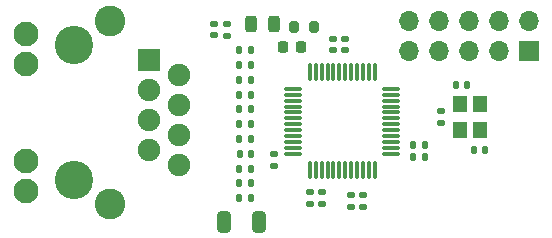
<source format=gbr>
%TF.GenerationSoftware,KiCad,Pcbnew,(6.0.4)*%
%TF.CreationDate,2022-06-15T11:08:03+02:00*%
%TF.ProjectId,W5500_Shield_Ethernet,57353530-305f-4536-9869-656c645f4574,rev?*%
%TF.SameCoordinates,Original*%
%TF.FileFunction,Soldermask,Top*%
%TF.FilePolarity,Negative*%
%FSLAX46Y46*%
G04 Gerber Fmt 4.6, Leading zero omitted, Abs format (unit mm)*
G04 Created by KiCad (PCBNEW (6.0.4)) date 2022-06-15 11:08:03*
%MOMM*%
%LPD*%
G01*
G04 APERTURE LIST*
G04 Aperture macros list*
%AMRoundRect*
0 Rectangle with rounded corners*
0 $1 Rounding radius*
0 $2 $3 $4 $5 $6 $7 $8 $9 X,Y pos of 4 corners*
0 Add a 4 corners polygon primitive as box body*
4,1,4,$2,$3,$4,$5,$6,$7,$8,$9,$2,$3,0*
0 Add four circle primitives for the rounded corners*
1,1,$1+$1,$2,$3*
1,1,$1+$1,$4,$5*
1,1,$1+$1,$6,$7*
1,1,$1+$1,$8,$9*
0 Add four rect primitives between the rounded corners*
20,1,$1+$1,$2,$3,$4,$5,0*
20,1,$1+$1,$4,$5,$6,$7,0*
20,1,$1+$1,$6,$7,$8,$9,0*
20,1,$1+$1,$8,$9,$2,$3,0*%
G04 Aperture macros list end*
%ADD10R,1.200000X1.400000*%
%ADD11RoundRect,0.140000X-0.140000X-0.170000X0.140000X-0.170000X0.140000X0.170000X-0.140000X0.170000X0*%
%ADD12RoundRect,0.140000X0.170000X-0.140000X0.170000X0.140000X-0.170000X0.140000X-0.170000X-0.140000X0*%
%ADD13RoundRect,0.135000X-0.135000X-0.185000X0.135000X-0.185000X0.135000X0.185000X-0.135000X0.185000X0*%
%ADD14RoundRect,0.135000X0.185000X-0.135000X0.185000X0.135000X-0.185000X0.135000X-0.185000X-0.135000X0*%
%ADD15RoundRect,0.140000X0.140000X0.170000X-0.140000X0.170000X-0.140000X-0.170000X0.140000X-0.170000X0*%
%ADD16RoundRect,0.218750X0.218750X0.256250X-0.218750X0.256250X-0.218750X-0.256250X0.218750X-0.256250X0*%
%ADD17RoundRect,0.140000X-0.170000X0.140000X-0.170000X-0.140000X0.170000X-0.140000X0.170000X0.140000X0*%
%ADD18RoundRect,0.135000X0.135000X0.185000X-0.135000X0.185000X-0.135000X-0.185000X0.135000X-0.185000X0*%
%ADD19RoundRect,0.250000X0.325000X0.650000X-0.325000X0.650000X-0.325000X-0.650000X0.325000X-0.650000X0*%
%ADD20RoundRect,0.075000X-0.662500X-0.075000X0.662500X-0.075000X0.662500X0.075000X-0.662500X0.075000X0*%
%ADD21RoundRect,0.075000X-0.075000X-0.662500X0.075000X-0.662500X0.075000X0.662500X-0.075000X0.662500X0*%
%ADD22C,3.250000*%
%ADD23R,1.900000X1.900000*%
%ADD24C,1.900000*%
%ADD25C,2.100000*%
%ADD26C,2.600000*%
%ADD27R,1.700000X1.700000*%
%ADD28O,1.700000X1.700000*%
%ADD29RoundRect,0.243750X0.243750X0.456250X-0.243750X0.456250X-0.243750X-0.456250X0.243750X-0.456250X0*%
%ADD30RoundRect,0.135000X-0.185000X0.135000X-0.185000X-0.135000X0.185000X-0.135000X0.185000X0.135000X0*%
%ADD31RoundRect,0.200000X-0.200000X-0.275000X0.200000X-0.275000X0.200000X0.275000X-0.200000X0.275000X0*%
G04 APERTURE END LIST*
D10*
%TO.C,Y1*%
X126450000Y-70750000D03*
X126450000Y-68550000D03*
X124750000Y-68550000D03*
X124750000Y-70750000D03*
%TD*%
D11*
%TO.C,C13*%
X124370000Y-66900000D03*
X125330000Y-66900000D03*
%TD*%
D12*
%TO.C,C10*%
X103900000Y-62720000D03*
X103900000Y-61760000D03*
%TD*%
D13*
%TO.C,R12*%
X120740000Y-73000000D03*
X121760000Y-73000000D03*
%TD*%
D14*
%TO.C,R11*%
X123100000Y-70160000D03*
X123100000Y-69140000D03*
%TD*%
D15*
%TO.C,C8*%
X107000000Y-75250000D03*
X106040000Y-75250000D03*
%TD*%
D16*
%TO.C,L1*%
X111287500Y-63750000D03*
X109712500Y-63750000D03*
%TD*%
D17*
%TO.C,C14*%
X116500000Y-76270000D03*
X116500000Y-77230000D03*
%TD*%
D18*
%TO.C,R10*%
X107030000Y-74000000D03*
X106010000Y-74000000D03*
%TD*%
D19*
%TO.C,C11*%
X107725000Y-78500000D03*
X104775000Y-78500000D03*
%TD*%
D15*
%TO.C,C12*%
X126830000Y-72400000D03*
X125870000Y-72400000D03*
%TD*%
%TO.C,C7*%
X107000000Y-70250000D03*
X106040000Y-70250000D03*
%TD*%
D20*
%TO.C,U2*%
X110587500Y-67250000D03*
X110587500Y-67750000D03*
X110587500Y-68250000D03*
X110587500Y-68750000D03*
X110587500Y-69250000D03*
X110587500Y-69750000D03*
X110587500Y-70250000D03*
X110587500Y-70750000D03*
X110587500Y-71250000D03*
X110587500Y-71750000D03*
X110587500Y-72250000D03*
X110587500Y-72750000D03*
D21*
X112000000Y-74162500D03*
X112500000Y-74162500D03*
X113000000Y-74162500D03*
X113500000Y-74162500D03*
X114000000Y-74162500D03*
X114500000Y-74162500D03*
X115000000Y-74162500D03*
X115500000Y-74162500D03*
X116000000Y-74162500D03*
X116500000Y-74162500D03*
X117000000Y-74162500D03*
X117500000Y-74162500D03*
D20*
X118912500Y-72750000D03*
X118912500Y-72250000D03*
X118912500Y-71750000D03*
X118912500Y-71250000D03*
X118912500Y-70750000D03*
X118912500Y-70250000D03*
X118912500Y-69750000D03*
X118912500Y-69250000D03*
X118912500Y-68750000D03*
X118912500Y-68250000D03*
X118912500Y-67750000D03*
X118912500Y-67250000D03*
D21*
X117500000Y-65837500D03*
X117000000Y-65837500D03*
X116500000Y-65837500D03*
X116000000Y-65837500D03*
X115500000Y-65837500D03*
X115000000Y-65837500D03*
X114500000Y-65837500D03*
X114000000Y-65837500D03*
X113500000Y-65837500D03*
X113000000Y-65837500D03*
X112500000Y-65837500D03*
X112000000Y-65837500D03*
%TD*%
D18*
%TO.C,R7*%
X107030000Y-69000000D03*
X106010000Y-69000000D03*
%TD*%
D17*
%TO.C,C15*%
X115500000Y-76270000D03*
X115500000Y-77230000D03*
%TD*%
D18*
%TO.C,R6*%
X107040000Y-66500000D03*
X106020000Y-66500000D03*
%TD*%
%TO.C,R8*%
X107020000Y-76500000D03*
X106000000Y-76500000D03*
%TD*%
D22*
%TO.C,J1*%
X91995000Y-74965000D03*
X91995000Y-63535000D03*
D23*
X98345000Y-64805000D03*
D24*
X100885000Y-66075000D03*
X98345000Y-67345000D03*
X100885000Y-68615000D03*
X98345000Y-69885000D03*
X100885000Y-71155000D03*
X98345000Y-72425000D03*
X100885000Y-73695000D03*
D25*
X87935000Y-62625000D03*
X87935000Y-65165000D03*
X87935000Y-73335000D03*
X87935000Y-75875000D03*
D26*
X95045000Y-76995000D03*
X95045000Y-61505000D03*
%TD*%
D27*
%TO.C,J2*%
X130550000Y-64040000D03*
D28*
X130550000Y-61500000D03*
X128010000Y-64040000D03*
X128010000Y-61500000D03*
X125470000Y-64040000D03*
X125470000Y-61500000D03*
X122930000Y-64040000D03*
X122930000Y-61500000D03*
X120390000Y-64040000D03*
X120390000Y-61500000D03*
%TD*%
D11*
%TO.C,C9*%
X106060000Y-72750000D03*
X107020000Y-72750000D03*
%TD*%
D29*
%TO.C,D1*%
X108937500Y-61750000D03*
X107062500Y-61750000D03*
%TD*%
D18*
%TO.C,R5*%
X107030000Y-65250000D03*
X106010000Y-65250000D03*
%TD*%
D13*
%TO.C,R4*%
X106020000Y-67750000D03*
X107040000Y-67750000D03*
%TD*%
%TO.C,R13*%
X120740000Y-72000000D03*
X121760000Y-72000000D03*
%TD*%
D12*
%TO.C,C4*%
X115000000Y-63980000D03*
X115000000Y-63020000D03*
%TD*%
D18*
%TO.C,R9*%
X107030000Y-71500000D03*
X106010000Y-71500000D03*
%TD*%
D30*
%TO.C,R14*%
X109000000Y-72740000D03*
X109000000Y-73760000D03*
%TD*%
D13*
%TO.C,R3*%
X106020000Y-64000000D03*
X107040000Y-64000000D03*
%TD*%
D17*
%TO.C,C5*%
X113000000Y-76020000D03*
X113000000Y-76980000D03*
%TD*%
D12*
%TO.C,C3*%
X114000000Y-63980000D03*
X114000000Y-63020000D03*
%TD*%
D31*
%TO.C,R1*%
X110675000Y-62000000D03*
X112325000Y-62000000D03*
%TD*%
D17*
%TO.C,C6*%
X112000000Y-76020000D03*
X112000000Y-76980000D03*
%TD*%
D14*
%TO.C,R2*%
X105000000Y-62760000D03*
X105000000Y-61740000D03*
%TD*%
M02*

</source>
